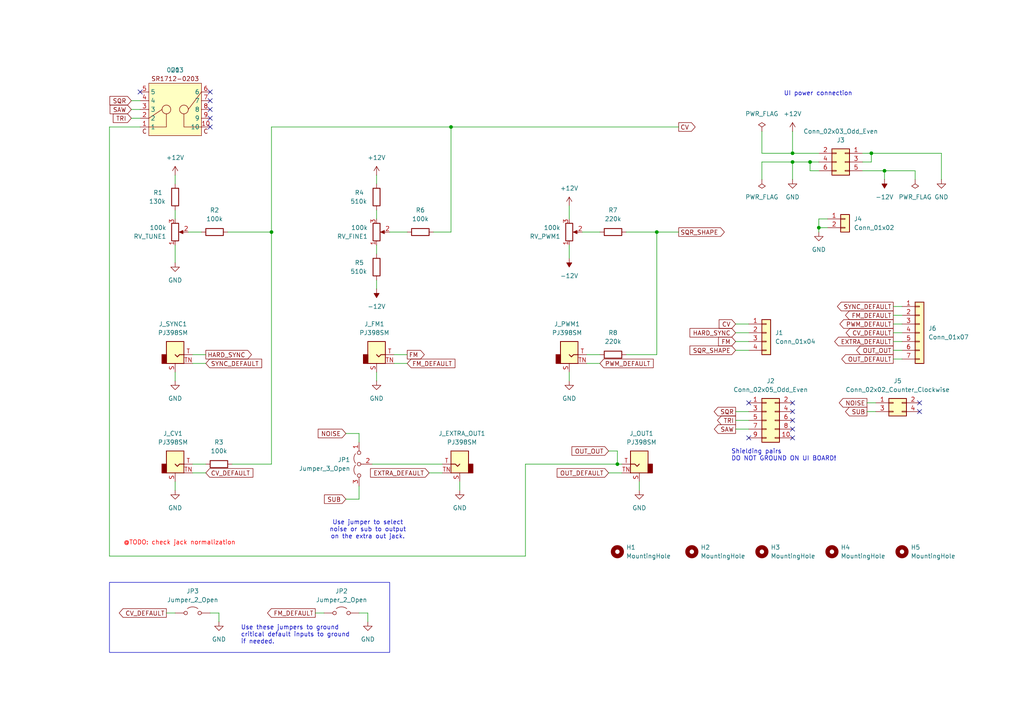
<source format=kicad_sch>
(kicad_sch (version 20250114) (generator "eeschema") (generator_version "9.0")
  (paper "A4")
  (title_block (title "Hog Moduleur VCO UI") (date "2025-10-24") (rev "v0.2") (company "Shmøergh"))
  (lib_symbols
    (symbol "Connector_Generic:Conn_01x02" (pin_names (offset 1.016) (hide yes))
      (property "Reference" "J" (at 0 2.54 0))
      (property "Value" "Conn_01x02" (at 0 -5.08 0))
      (symbol "Conn_01x02_1_1"
        (rectangle (start -1.27 1.27) (end 1.27 -3.81) (stroke (width 0.254)) (fill (type background)))
        (rectangle (start -1.27 0.127) (end 0 -0.127) (stroke (width 0.1524)))
        (rectangle (start -1.27 -2.413) (end 0 -2.667) (stroke (width 0.1524)))
        (pin passive line (at -5.08 0 0) (length 3.81) (name "Pin_1") (number "1"))
        (pin passive line (at -5.08 -2.54 0) (length 3.81) (name "Pin_2") (number "2"))
      )
    )
    (symbol "Connector_Generic:Conn_01x04" (pin_names (offset 1.016) (hide yes))
      (property "Reference" "J" (at 0 5.08 0))
      (property "Value" "Conn_01x04" (at 0 -7.62 0))
      (symbol "Conn_01x04_1_1"
        (rectangle (start -1.27 3.81) (end 1.27 -6.35) (stroke (width 0.254)) (fill (type background)))
        (rectangle (start -1.27 2.667) (end 0 2.413) (stroke (width 0.1524)))
        (rectangle (start -1.27 0.127) (end 0 -0.127) (stroke (width 0.1524)))
        (rectangle (start -1.27 -2.413) (end 0 -2.667) (stroke (width 0.1524)))
        (rectangle (start -1.27 -4.953) (end 0 -5.207) (stroke (width 0.1524)))
        (pin passive line (at -5.08 2.54 0) (length 3.81) (name "Pin_1") (number "1"))
        (pin passive line (at -5.08 0 0) (length 3.81) (name "Pin_2") (number "2"))
        (pin passive line (at -5.08 -2.54 0) (length 3.81) (name "Pin_3") (number "3"))
        (pin passive line (at -5.08 -5.08 0) (length 3.81) (name "Pin_4") (number "4"))
      )
    )
    (symbol "Connector_Generic:Conn_01x07" (pin_names (offset 1.016) (hide yes))
      (property "Reference" "J" (at 0 10.16 0))
      (property "Value" "Conn_01x07" (at 0 -10.16 0))
      (symbol "Conn_01x07_1_1"
        (rectangle (start -1.27 8.89) (end 1.27 -8.89) (stroke (width 0.254)) (fill (type background)))
        (rectangle (start -1.27 7.747) (end 0 7.493) (stroke (width 0.1524)))
        (rectangle (start -1.27 5.207) (end 0 4.953) (stroke (width 0.1524)))
        (rectangle (start -1.27 2.667) (end 0 2.413) (stroke (width 0.1524)))
        (rectangle (start -1.27 0.127) (end 0 -0.127) (stroke (width 0.1524)))
        (rectangle (start -1.27 -2.413) (end 0 -2.667) (stroke (width 0.1524)))
        (rectangle (start -1.27 -4.953) (end 0 -5.207) (stroke (width 0.1524)))
        (rectangle (start -1.27 -7.493) (end 0 -7.747) (stroke (width 0.1524)))
        (pin passive line (at -5.08 7.62 0) (length 3.81) (name "Pin_1") (number "1"))
        (pin passive line (at -5.08 5.08 0) (length 3.81) (name "Pin_2") (number "2"))
        (pin passive line (at -5.08 2.54 0) (length 3.81) (name "Pin_3") (number "3"))
        (pin passive line (at -5.08 0 0) (length 3.81) (name "Pin_4") (number "4"))
        (pin passive line (at -5.08 -2.54 0) (length 3.81) (name "Pin_5") (number "5"))
        (pin passive line (at -5.08 -5.08 0) (length 3.81) (name "Pin_6") (number "6"))
        (pin passive line (at -5.08 -7.62 0) (length 3.81) (name "Pin_7") (number "7"))
      )
    )
    (symbol "Connector_Generic:Conn_02x02_Odd_Even" (pin_names (offset 1.016) (hide yes))
      (property "Reference" "J" (at 1.27 2.54 0))
      (property "Value" "Conn_02x02_Odd_Even" (at 1.27 -5.08 0))
      (symbol "Conn_02x02_Odd_Even_1_1"
        (rectangle (start -1.27 1.27) (end 3.81 -3.81) (stroke (width 0.254)) (fill (type background)))
        (rectangle (start -1.27 0.127) (end 0 -0.127) (stroke (width 0.1524)))
        (rectangle (start -1.27 -2.413) (end 0 -2.667) (stroke (width 0.1524)))
        (rectangle (start 3.81 0.127) (end 2.54 -0.127) (stroke (width 0.1524)))
        (rectangle (start 3.81 -2.413) (end 2.54 -2.667) (stroke (width 0.1524)))
        (pin passive line (at -5.08 0 0) (length 3.81) (name "Pin_1") (number "1"))
        (pin passive line (at -5.08 -2.54 0) (length 3.81) (name "Pin_3") (number "3"))
        (pin passive line (at 7.62 0 180) (length 3.81) (name "Pin_2") (number "2"))
        (pin passive line (at 7.62 -2.54 180) (length 3.81) (name "Pin_4") (number "4"))
      )
    )
    (symbol "Connector_Generic:Conn_02x03_Odd_Even" (pin_names (offset 1.016) (hide yes))
      (property "Reference" "J" (at 1.27 5.08 0))
      (property "Value" "Conn_02x03_Odd_Even" (at 1.27 -5.08 0))
      (symbol "Conn_02x03_Odd_Even_1_1"
        (rectangle (start -1.27 3.81) (end 3.81 -3.81) (stroke (width 0.254)) (fill (type background)))
        (rectangle (start -1.27 2.667) (end 0 2.413) (stroke (width 0.1524)))
        (rectangle (start -1.27 0.127) (end 0 -0.127) (stroke (width 0.1524)))
        (rectangle (start -1.27 -2.413) (end 0 -2.667) (stroke (width 0.1524)))
        (rectangle (start 3.81 2.667) (end 2.54 2.413) (stroke (width 0.1524)))
        (rectangle (start 3.81 0.127) (end 2.54 -0.127) (stroke (width 0.1524)))
        (rectangle (start 3.81 -2.413) (end 2.54 -2.667) (stroke (width 0.1524)))
        (pin passive line (at -5.08 2.54 0) (length 3.81) (name "Pin_1") (number "1"))
        (pin passive line (at -5.08 0 0) (length 3.81) (name "Pin_3") (number "3"))
        (pin passive line (at -5.08 -2.54 0) (length 3.81) (name "Pin_5") (number "5"))
        (pin passive line (at 7.62 2.54 180) (length 3.81) (name "Pin_2") (number "2"))
        (pin passive line (at 7.62 0 180) (length 3.81) (name "Pin_4") (number "4"))
        (pin passive line (at 7.62 -2.54 180) (length 3.81) (name "Pin_6") (number "6"))
      )
    )
    (symbol "Connector_Generic:Conn_02x05_Odd_Even" (pin_names (offset 1.016) (hide yes))
      (property "Reference" "J" (at 1.27 7.62 0))
      (property "Value" "Conn_02x05_Odd_Even" (at 1.27 -7.62 0))
      (symbol "Conn_02x05_Odd_Even_1_1"
        (rectangle (start -1.27 6.35) (end 3.81 -6.35) (stroke (width 0.254)) (fill (type background)))
        (rectangle (start -1.27 5.207) (end 0 4.953) (stroke (width 0.1524)))
        (rectangle (start -1.27 2.667) (end 0 2.413) (stroke (width 0.1524)))
        (rectangle (start -1.27 0.127) (end 0 -0.127) (stroke (width 0.1524)))
        (rectangle (start -1.27 -2.413) (end 0 -2.667) (stroke (width 0.1524)))
        (rectangle (start -1.27 -4.953) (end 0 -5.207) (stroke (width 0.1524)))
        (rectangle (start 3.81 5.207) (end 2.54 4.953) (stroke (width 0.1524)))
        (rectangle (start 3.81 2.667) (end 2.54 2.413) (stroke (width 0.1524)))
        (rectangle (start 3.81 0.127) (end 2.54 -0.127) (stroke (width 0.1524)))
        (rectangle (start 3.81 -2.413) (end 2.54 -2.667) (stroke (width 0.1524)))
        (rectangle (start 3.81 -4.953) (end 2.54 -5.207) (stroke (width 0.1524)))
        (pin passive line (at -5.08 5.08 0) (length 3.81) (name "Pin_1") (number "1"))
        (pin passive line (at -5.08 2.54 0) (length 3.81) (name "Pin_3") (number "3"))
        (pin passive line (at -5.08 0 0) (length 3.81) (name "Pin_5") (number "5"))
        (pin passive line (at -5.08 -2.54 0) (length 3.81) (name "Pin_7") (number "7"))
        (pin passive line (at -5.08 -5.08 0) (length 3.81) (name "Pin_9") (number "9"))
        (pin passive line (at 7.62 5.08 180) (length 3.81) (name "Pin_2") (number "2"))
        (pin passive line (at 7.62 2.54 180) (length 3.81) (name "Pin_4") (number "4"))
        (pin passive line (at 7.62 0 180) (length 3.81) (name "Pin_6") (number "6"))
        (pin passive line (at 7.62 -2.54 180) (length 3.81) (name "Pin_8") (number "8"))
        (pin passive line (at 7.62 -5.08 180) (length 3.81) (name "Pin_10") (number "10"))
      )
    )
    (symbol "Device:R" (pin_numbers (hide yes)) (pin_names (offset 0))
      (property "Reference" "R" (at 2.032 0 90))
      (property "Value" "R" (at 0 0 90))
      (symbol "R_0_1"
        (rectangle (start -1.016 -2.54) (end 1.016 2.54) (stroke (width 0.254)))
      )
      (symbol "R_1_1"
        (pin passive line (at 0 3.81 270) (length 1.27) (name "~") (number "1"))
        (pin passive line (at 0 -3.81 90) (length 1.27) (name "~") (number "2"))
      )
    )
    (symbol "Device:R_Potentiometer" (pin_names (offset 1.016) (hide yes))
      (property "Reference" "RV" (at -4.445 0 90))
      (property "Value" "R_Potentiometer" (at -2.54 0 90))
      (symbol "R_Potentiometer_0_1"
        (rectangle (start 1.016 2.54) (end -1.016 -2.54) (stroke (width 0.254)))
        (polyline (pts (xy 1.143 0) (xy 2.286 0.508) (xy 2.286 -0.508) (xy 1.143 0)) (fill (type outline)))
        (polyline (pts (xy 2.54 0) (xy 1.524 0)))
      )
      (symbol "R_Potentiometer_1_1"
        (pin passive line (at 0 3.81 270) (length 1.27) (name "1") (number "1"))
        (pin passive line (at 0 -3.81 90) (length 1.27) (name "3") (number "3"))
        (pin passive line (at 3.81 0 180) (length 1.27) (name "2") (number "2"))
      )
    )
    (symbol "Jumper:Jumper_2_Open" (pin_numbers (hide yes)) (pin_names (offset 0) (hide yes))
      (property "Reference" "JP" (at 0 2.794 0))
      (property "Value" "Jumper_2_Open" (at 0 -2.286 0))
      (symbol "Jumper_2_Open_0_0"
        (circle (center -2.032 0) (radius 0.508))
        (circle (center 2.032 0) (radius 0.508))
      )
      (symbol "Jumper_2_Open_0_1"
        (arc (start -1.524 1.27) (mid 0 1.778) (end 1.524 1.27))
      )
      (symbol "Jumper_2_Open_1_1"
        (pin passive line (at -5.08 0 0) (length 2.54) (name "A") (number "1"))
        (pin passive line (at 5.08 0 180) (length 2.54) (name "B") (number "2"))
      )
    )
    (symbol "Jumper:Jumper_3_Open" (pin_names (offset 0) (hide yes)) (in_bom no)
      (property "Reference" "JP" (at -2.54 -2.54 0))
      (property "Value" "Jumper_3_Open" (at 0 2.794 0))
      (symbol "Jumper_3_Open_0_0"
        (circle (center -3.302 0) (radius 0.508))
        (circle (center 0 0) (radius 0.508))
        (circle (center 3.302 0) (radius 0.508))
      )
      (symbol "Jumper_3_Open_0_1"
        (arc (start -3.048 1.016) (mid -1.651 1.4992) (end -0.254 1.016))
        (polyline (pts (xy 0 -0.508) (xy 0 -1.27)))
        (arc (start 0.254 1.016) (mid 1.651 1.4992) (end 3.048 1.016))
      )
      (symbol "Jumper_3_Open_1_1"
        (pin passive line (at -6.35 0 0) (length 2.54) (name "A") (number "1"))
        (pin passive line (at 0 -3.81 90) (length 2.54) (name "C") (number "2"))
        (pin passive line (at 6.35 0 180) (length 2.54) (name "B") (number "3"))
      )
    )
    (symbol "Mechanical:MountingHole" (pin_names (offset 1.016)) (in_bom no)
      (property "Reference" "H" (at 0 5.08 0))
      (property "Value" "MountingHole" (at 0 3.175 0))
      (symbol "MountingHole_0_1"
        (circle (center 0 0) (radius 1.27) (stroke (width 1.27)))
      )
    )
    (symbol "Shmoergh-Custom-Components:AudioJack2_Thonkiconn_S"
      (property "Reference" "J" (at 0 8.89 0))
      (property "Value" "AudioJack2_Thonkiconn" (at 0 6.35 0))
      (symbol "AudioJack2_Thonkiconn_S_0_1"
        (rectangle (start -2.54 -2.54) (end -3.81 0) (stroke (width 0.254)) (fill (type outline)))
        (polyline (pts (xy 0 0) (xy 0.635 -0.635) (xy 1.27 0) (xy 2.54 0)) (stroke (width 0.254)))
        (rectangle (start 2.54 3.81) (end -2.54 -2.54) (stroke (width 0.254)) (fill (type background)))
      )
      (symbol "AudioJack2_Thonkiconn_S_1_1"
        (pin passive line (at 0 -5.08 90) (length 2.54) (name "~") (number "S"))
        (pin bidirectional line (at 5.08 0 180) (length 2.54) (name "~") (number "T"))
        (pin passive line (at 5.08 -2.54 180) (length 2.54) (name "~") (number "TN"))
      )
    )
    (symbol "Shmoergh-Custom-Components:SR1712_0203"
      (property "Reference" "U" (at 0 1.27 0))
      (symbol "SR1712_0203_0_1"
        (polyline (pts (xy -7.62 -2.54) (xy -3.81 0)))
        (circle (center -2.54 0) (radius 1.27))
        (polyline (pts (xy -2.54 -1.27) (xy -2.54 -5.08) (xy -7.62 -5.08)))
        (circle (center 2.54 0) (radius 1.27))
        (polyline (pts (xy 7.62 5.08) (xy 3.81 0)))
        (polyline (pts (xy 7.62 -5.08) (xy 2.54 -5.08) (xy 2.54 -1.27)))
      )
      (symbol "SR1712_0203_1_1"
        (rectangle (start -7.62 7.62) (end 7.62 -7.62) (fill (type background)))
        (text "C" (at -8.89 -6.35 0) (effects (font (size 1.27 1.27))))
        (text "SR1712-0203" (at 0 8.89 0) (effects (font (size 1.27 1.27))))
        (text "C" (at 8.89 -6.35 0) (effects (font (size 1.27 1.27))))
        (pin input line (at -10.16 5.08 0) (length 2.54) (name "5") (number "5"))
        (pin input line (at -10.16 2.54 0) (length 2.54) (name "4") (number "4"))
        (pin input line (at -10.16 0 0) (length 2.54) (name "3") (number "3"))
        (pin input line (at -10.16 -2.54 0) (length 2.54) (name "2") (number "2"))
        (pin output line (at -10.16 -5.08 0) (length 2.54) (name "1") (number "1"))
        (pin input line (at 10.16 5.08 180) (length 2.54) (name "6") (number "6"))
        (pin input line (at 10.16 2.54 180) (length 2.54) (name "7") (number "7"))
        (pin input line (at 10.16 0 180) (length 2.54) (name "8") (number "8"))
        (pin input line (at 10.16 -2.54 180) (length 2.54) (name "9") (number "9"))
        (pin output line (at 10.16 -5.08 180) (length 2.54) (name "10") (number "10"))
      )
    )
    (symbol "power:+12V" (power) (pin_numbers (hide yes)) (pin_names (offset 0) (hide yes))
      (property "Value" "+12V" (at 0 3.556 0))
      (symbol "+12V_0_1"
        (polyline (pts (xy -0.762 1.27) (xy 0 2.54)))
        (polyline (pts (xy 0 2.54) (xy 0.762 1.27)))
        (polyline (pts (xy 0 0) (xy 0 2.54)))
      )
      (symbol "+12V_1_1"
        (pin power_in line (at 0 0 90) (length 0) (name "~") (number "1"))
      )
    )
    (symbol "power:-12V" (power) (pin_numbers (hide yes)) (pin_names (offset 0) (hide yes))
      (property "Value" "-12V" (at 0 3.556 0))
      (symbol "-12V_0_0"
        (pin power_in line (at 0 0 90) (length 0) (name "~") (number "1"))
      )
      (symbol "-12V_0_1"
        (polyline (pts (xy 0 0) (xy 0 1.27) (xy 0.762 1.27) (xy 0 2.54) (xy -0.762 1.27) (xy 0 1.27)) (fill (type outline)))
      )
    )
    (symbol "power:GND" (power) (pin_numbers (hide yes)) (pin_names (offset 0) (hide yes))
      (property "Value" "GND" (at 0 -3.81 0))
      (symbol "GND_0_1"
        (polyline (pts (xy 0 0) (xy 0 -1.27) (xy 1.27 -1.27) (xy 0 -2.54) (xy -1.27 -1.27) (xy 0 -1.27)))
      )
      (symbol "GND_1_1"
        (pin power_in line (at 0 0 270) (length 0) (name "~") (number "1"))
      )
    )
    (symbol "power:PWR_FLAG" (power) (pin_numbers (hide yes)) (pin_names (offset 0) (hide yes))
      (property "Value" "PWR_FLAG" (at 0 3.81 0))
      (symbol "PWR_FLAG_0_0"
        (pin power_out line (at 0 0 90) (length 0) (name "~") (number "1"))
      )
      (symbol "PWR_FLAG_0_1"
        (polyline (pts (xy 0 0) (xy 0 1.27) (xy -1.016 1.905) (xy 0 2.54) (xy 1.016 1.905) (xy 0 1.27)))
      )
    )
  )
  (rectangle (start 31.75 168.91) (end 113.03 189.23))
  (text "@TODO: check jack normalization" (at 52.07 157.48 0) (effects (font (size 1.27 1.27))))
  (text "Use these jumpers to ground \ncritical default inputs to ground \nif needed." (at 69.85 184.15 0) (effects (font (size 1.27 1.27)) (justify left)))
  (text "UI power connection" (at 227.33 27.94 0) (effects (font (size 1.27 1.27)) (justify left bottom)))
  (text "Use jumper to select\nnoise or sub to output\non the extra out jack." (at 106.68 153.67 0) (effects (font (size 1.27 1.27))))
  (text "Shielding pairs\nDO NOT GROUND ON UI BOARD!" (at 212.09 132.08 0) (effects (font (size 1.27 1.27)) (justify left)))
  (junction (at 229.87 44.45))
  (junction (at 130.81 36.83))
  (junction (at 237.49 66.04))
  (junction (at 234.95 46.99))
  (junction (at 256.54 49.53))
  (junction (at 78.74 67.31))
  (junction (at 229.87 46.99))
  (junction (at 190.5 67.31))
  (junction (at 252.73 44.45))
  (junction (at 179.07 134.62))
  (no_connect (at 229.87 127))
  (no_connect (at 60.96 29.21))
  (no_connect (at 60.96 34.29))
  (no_connect (at 217.17 116.84))
  (no_connect (at 229.87 121.92))
  (no_connect (at 229.87 119.38))
  (no_connect (at 60.96 31.75))
  (no_connect (at 229.87 116.84))
  (no_connect (at 266.7 119.38))
  (no_connect (at 229.87 124.46))
  (no_connect (at 217.17 127))
  (no_connect (at 60.96 36.83))
  (no_connect (at 266.7 116.84))
  (no_connect (at 60.96 26.67))
  (no_connect (at 40.64 26.67))
  (wire (pts (xy 213.36 119.38) (xy 217.17 119.38)))
  (wire (pts (xy 251.46 116.84) (xy 254 116.84)))
  (wire (pts (xy 59.69 137.16) (xy 55.88 137.16)))
  (wire (pts (xy 259.08 96.52) (xy 261.62 96.52)))
  (wire (pts (xy 78.74 36.83) (xy 130.81 36.83)))
  (wire (pts (xy 38.1 34.29) (xy 40.64 34.29)))
  (wire (pts (xy 259.08 101.6) (xy 261.62 101.6)))
  (wire (pts (xy 173.99 67.31) (xy 168.91 67.31)))
  (wire (pts (xy 48.26 177.8) (xy 50.8 177.8)))
  (wire (pts (xy 118.11 102.87) (xy 114.3 102.87)))
  (wire (pts (xy 78.74 134.62) (xy 67.31 134.62)))
  (wire (pts (xy 256.54 52.07) (xy 256.54 49.53)))
  (wire (pts (xy 31.75 161.29) (xy 152.4 161.29)))
  (wire (pts (xy 78.74 67.31) (xy 78.74 36.83)))
  (wire (pts (xy 91.44 177.8) (xy 93.98 177.8)))
  (wire (pts (xy 265.43 49.53) (xy 256.54 49.53)))
  (wire (pts (xy 50.8 50.8) (xy 50.8 53.34)))
  (wire (pts (xy 176.53 137.16) (xy 180.34 137.16)))
  (wire (pts (xy 63.5 180.34) (xy 63.5 177.8)))
  (wire (pts (xy 109.22 107.95) (xy 109.22 110.49)))
  (wire (pts (xy 250.19 49.53) (xy 256.54 49.53)))
  (wire (pts (xy 237.49 66.04) (xy 240.03 66.04)))
  (wire (pts (xy 213.36 101.6) (xy 217.17 101.6)))
  (wire (pts (xy 59.69 105.41) (xy 55.88 105.41)))
  (wire (pts (xy 176.53 130.81) (xy 179.07 130.81)))
  (wire (pts (xy 58.42 67.31) (xy 54.61 67.31)))
  (wire (pts (xy 38.1 29.21) (xy 40.64 29.21)))
  (wire (pts (xy 50.8 60.96) (xy 50.8 63.5)))
  (wire (pts (xy 109.22 60.96) (xy 109.22 63.5)))
  (wire (pts (xy 190.5 102.87) (xy 181.61 102.87)))
  (wire (pts (xy 100.33 144.78) (xy 104.14 144.78)))
  (wire (pts (xy 213.36 121.92) (xy 217.17 121.92)))
  (wire (pts (xy 106.68 177.8) (xy 104.14 177.8)))
  (wire (pts (xy 165.1 74.93) (xy 165.1 71.12)))
  (wire (pts (xy 213.36 93.98) (xy 217.17 93.98)))
  (wire (pts (xy 152.4 134.62) (xy 179.07 134.62)))
  (wire (pts (xy 104.14 125.73) (xy 104.14 128.27)))
  (wire (pts (xy 66.04 67.31) (xy 78.74 67.31)))
  (wire (pts (xy 213.36 99.06) (xy 217.17 99.06)))
  (wire (pts (xy 251.46 119.38) (xy 254 119.38)))
  (wire (pts (xy 31.75 36.83) (xy 40.64 36.83)))
  (wire (pts (xy 130.81 36.83) (xy 130.81 67.31)))
  (wire (pts (xy 100.33 125.73) (xy 104.14 125.73)))
  (wire (pts (xy 240.03 63.5) (xy 237.49 63.5)))
  (wire (pts (xy 31.75 36.83) (xy 31.75 161.29)))
  (wire (pts (xy 50.8 71.12) (xy 50.8 76.2)))
  (wire (pts (xy 118.11 105.41) (xy 114.3 105.41)))
  (wire (pts (xy 229.87 46.99) (xy 234.95 46.99)))
  (wire (pts (xy 107.95 134.62) (xy 128.27 134.62)))
  (wire (pts (xy 237.49 63.5) (xy 237.49 66.04)))
  (wire (pts (xy 229.87 38.1) (xy 229.87 44.45)))
  (wire (pts (xy 59.69 102.87) (xy 55.88 102.87)))
  (wire (pts (xy 259.08 93.98) (xy 261.62 93.98)))
  (wire (pts (xy 179.07 134.62) (xy 180.34 134.62)))
  (wire (pts (xy 252.73 44.45) (xy 250.19 44.45)))
  (wire (pts (xy 220.98 44.45) (xy 229.87 44.45)))
  (wire (pts (xy 38.1 31.75) (xy 40.64 31.75)))
  (wire (pts (xy 185.42 142.24) (xy 185.42 139.7)))
  (wire (pts (xy 78.74 67.31) (xy 78.74 134.62)))
  (wire (pts (xy 59.69 134.62) (xy 55.88 134.62)))
  (wire (pts (xy 220.98 46.99) (xy 229.87 46.99)))
  (wire (pts (xy 259.08 99.06) (xy 261.62 99.06)))
  (wire (pts (xy 273.05 52.07) (xy 273.05 44.45)))
  (wire (pts (xy 252.73 46.99) (xy 252.73 44.45)))
  (wire (pts (xy 130.81 36.83) (xy 196.85 36.83)))
  (wire (pts (xy 109.22 83.82) (xy 109.22 81.28)))
  (wire (pts (xy 124.46 137.16) (xy 128.27 137.16)))
  (wire (pts (xy 173.99 105.41) (xy 170.18 105.41)))
  (wire (pts (xy 237.49 49.53) (xy 234.95 49.53)))
  (wire (pts (xy 165.1 107.95) (xy 165.1 110.49)))
  (wire (pts (xy 133.35 142.24) (xy 133.35 139.7)))
  (wire (pts (xy 259.08 88.9) (xy 261.62 88.9)))
  (wire (pts (xy 50.8 107.95) (xy 50.8 110.49)))
  (wire (pts (xy 213.36 96.52) (xy 217.17 96.52)))
  (wire (pts (xy 181.61 67.31) (xy 190.5 67.31)))
  (wire (pts (xy 220.98 38.1) (xy 220.98 44.45)))
  (wire (pts (xy 273.05 44.45) (xy 252.73 44.45)))
  (wire (pts (xy 234.95 49.53) (xy 234.95 46.99)))
  (wire (pts (xy 213.36 124.46) (xy 217.17 124.46)))
  (wire (pts (xy 125.73 67.31) (xy 130.81 67.31)))
  (wire (pts (xy 229.87 44.45) (xy 237.49 44.45)))
  (wire (pts (xy 109.22 73.66) (xy 109.22 71.12)))
  (wire (pts (xy 234.95 46.99) (xy 237.49 46.99)))
  (wire (pts (xy 259.08 104.14) (xy 261.62 104.14)))
  (wire (pts (xy 50.8 139.7) (xy 50.8 142.24)))
  (wire (pts (xy 220.98 52.07) (xy 220.98 46.99)))
  (wire (pts (xy 179.07 130.81) (xy 179.07 134.62)))
  (wire (pts (xy 152.4 161.29) (xy 152.4 134.62)))
  (wire (pts (xy 109.22 50.8) (xy 109.22 53.34)))
  (wire (pts (xy 237.49 66.04) (xy 237.49 67.31)))
  (wire (pts (xy 229.87 52.07) (xy 229.87 46.99)))
  (wire (pts (xy 259.08 91.44) (xy 261.62 91.44)))
  (wire (pts (xy 63.5 177.8) (xy 60.96 177.8)))
  (wire (pts (xy 250.19 46.99) (xy 252.73 46.99)))
  (wire (pts (xy 104.14 144.78) (xy 104.14 140.97)))
  (wire (pts (xy 196.85 67.31) (xy 190.5 67.31)))
  (wire (pts (xy 118.11 67.31) (xy 113.03 67.31)))
  (wire (pts (xy 190.5 67.31) (xy 190.5 102.87)))
  (wire (pts (xy 106.68 180.34) (xy 106.68 177.8)))
  (wire (pts (xy 173.99 102.87) (xy 170.18 102.87)))
  (wire (pts (xy 165.1 59.69) (xy 165.1 63.5)))
  (wire (pts (xy 265.43 52.07) (xy 265.43 49.53)))
  (global_label "SQR" (shape input) (at 38.1 29.21 180) (property "Intersheetrefs" "${INTERSHEET_REFS}" (effects (hide yes))))
  (global_label "TRI" (shape input) (at 38.1 34.29 180) (property "Intersheetrefs" "${INTERSHEET_REFS}" (effects (hide yes))))
  (global_label "FM" (shape output) (at 118.11 102.87 0) (property "Intersheetrefs" "${INTERSHEET_REFS}" (effects (hide yes))))
  (global_label "OUT_DEFAULT" (shape input) (at 176.53 137.16 180) (property "Intersheetrefs" "${INTERSHEET_REFS}" (effects (hide yes))))
  (global_label "SQR" (shape output) (at 213.36 119.38 180) (property "Intersheetrefs" "${INTERSHEET_REFS}" (effects (hide yes))))
  (global_label "HARD_SYNC" (shape output) (at 59.69 102.87 0) (property "Intersheetrefs" "${INTERSHEET_REFS}" (effects (hide yes))))
  (global_label "NOISE" (shape input) (at 100.33 125.73 180) (property "Intersheetrefs" "${INTERSHEET_REFS}" (effects (hide yes))))
  (global_label "SUB" (shape input) (at 100.33 144.78 180) (property "Intersheetrefs" "${INTERSHEET_REFS}" (effects (hide yes))))
  (global_label "SAW" (shape input) (at 38.1 31.75 180) (property "Intersheetrefs" "${INTERSHEET_REFS}" (effects (hide yes))))
  (global_label "CV" (shape output) (at 196.85 36.83 0) (property "Intersheetrefs" "${INTERSHEET_REFS}" (effects (hide yes))))
  (global_label "EXTRA_DEFAULT" (shape input) (at 124.46 137.16 180) (property "Intersheetrefs" "${INTERSHEET_REFS}" (effects (hide yes))))
  (global_label "TRI" (shape output) (at 213.36 121.92 180) (property "Intersheetrefs" "${INTERSHEET_REFS}" (effects (hide yes))))
  (global_label "CV" (shape input) (at 213.36 93.98 180) (property "Intersheetrefs" "${INTERSHEET_REFS}" (effects (hide yes))))
  (global_label "FM_DEFAULT" (shape input) (at 118.11 105.41 0) (property "Intersheetrefs" "${INTERSHEET_REFS}" (effects (hide yes))))
  (global_label "NOISE" (shape output) (at 251.46 116.84 180) (property "Intersheetrefs" "${INTERSHEET_REFS}" (effects (hide yes))))
  (global_label "CV_DEFAULT" (shape input) (at 59.69 137.16 0) (property "Intersheetrefs" "${INTERSHEET_REFS}" (effects (hide yes))))
  (global_label "HARD_SYNC" (shape input) (at 213.36 96.52 180) (property "Intersheetrefs" "${INTERSHEET_REFS}" (effects (hide yes))))
  (global_label "SAW" (shape output) (at 213.36 124.46 180) (property "Intersheetrefs" "${INTERSHEET_REFS}" (effects (hide yes))))
  (global_label "SUB" (shape output) (at 251.46 119.38 180) (property "Intersheetrefs" "${INTERSHEET_REFS}" (effects (hide yes))))
  (global_label "OUT_OUT" (shape input) (at 176.53 130.81 180) (property "Intersheetrefs" "${INTERSHEET_REFS}" (effects (hide yes))))
  (global_label "PWM_DEFAULT" (shape output) (at 259.08 93.98 180) (property "Intersheetrefs" "${INTERSHEET_REFS}" (effects (hide yes))))
  (global_label "SYNC_DEFAULT" (shape output) (at 259.08 88.9 180) (property "Intersheetrefs" "${INTERSHEET_REFS}" (effects (hide yes))))
  (global_label "CV_DEFAULT" (shape output) (at 259.08 96.52 180) (property "Intersheetrefs" "${INTERSHEET_REFS}" (effects (hide yes))))
  (global_label "SQR_SHAPE" (shape input) (at 213.36 101.6 180) (property "Intersheetrefs" "${INTERSHEET_REFS}" (effects (hide yes))))
  (global_label "SYNC_DEFAULT" (shape input) (at 59.69 105.41 0) (property "Intersheetrefs" "${INTERSHEET_REFS}" (effects (hide yes))))
  (global_label "EXTRA_DEFAULT" (shape output) (at 259.08 99.06 180) (property "Intersheetrefs" "${INTERSHEET_REFS}" (effects (hide yes))))
  (global_label "OUT_DEFAULT" (shape output) (at 259.08 104.14 180) (property "Intersheetrefs" "${INTERSHEET_REFS}" (effects (hide yes))))
  (global_label "SQR_SHAPE" (shape output) (at 196.85 67.31 0) (property "Intersheetrefs" "${INTERSHEET_REFS}" (effects (hide yes))))
  (global_label "FM_DEFAULT" (shape output) (at 259.08 91.44 180) (property "Intersheetrefs" "${INTERSHEET_REFS}" (effects (hide yes))))
  (global_label "PWM_DEFAULT" (shape input) (at 173.99 105.41 0) (property "Intersheetrefs" "${INTERSHEET_REFS}" (effects (hide yes))))
  (global_label "FM" (shape input) (at 213.36 99.06 180) (property "Intersheetrefs" "${INTERSHEET_REFS}" (effects (hide yes))))
  (global_label "CV_DEFAULT" (shape output) (at 48.26 177.8 180) (property "Intersheetrefs" "${INTERSHEET_REFS}" (effects (hide yes))))
  (global_label "OUT_OUT" (shape output) (at 259.08 101.6 180) (property "Intersheetrefs" "${INTERSHEET_REFS}" (effects (hide yes))))
  (global_label "FM_DEFAULT" (shape output) (at 91.44 177.8 180) (property "Intersheetrefs" "${INTERSHEET_REFS}" (effects (hide yes))))
  (symbol (lib_id "power:GND") (at 133.35 142.24 0) (mirror y) (unit 1)
    (property "Reference" "#PWR08" (effects (hide yes)))
    (property "Value" "GND" (at 133.35 147.32 0))
    (property "Description" "Power symbol creates a global label with name \"GND\" , ground" (effects (hide yes)))
  )
  (symbol (lib_id "Jumper:Jumper_3_Open") (at 104.14 134.62 90) (mirror x) (unit 1)
    (property "Reference" "JP1" (at 101.6 133.3499 90) (effects (justify left)))
    (property "Value" "Jumper_3_Open" (at 101.6 135.8899 90) (effects (justify left)))
    (property "Footprint" "Connector_PinHeader_2.54mm:PinHeader_1x03_P2.54mm_Horizontal" (effects (hide yes)))
    (property "Description" "Jumper, 3-pole, both open" (effects (hide yes)))
    (property "Part URL" "https://mou.sr/451l2py" (effects (hide yes)))
    (property "Vendor" "Mouser" (effects (hide yes)))
    (property "Part no." "200-HTSW10308TSRA" (effects (hide yes)))
  )
  (symbol (lib_id "power:+12V") (at 229.87 38.1 0) (unit 1)
    (property "Reference" "#PWR014" (effects (hide yes)))
    (property "Value" "+12V" (at 229.87 33.02 0))
    (property "Description" "Power symbol creates a global label with name \"+12V\"" (effects (hide yes)))
  )
  (symbol (lib_id "power:GND") (at 50.8 76.2 0) (unit 1)
    (property "Reference" "#PWR02" (effects (hide yes)))
    (property "Value" "GND" (at 50.8 81.28 0))
    (property "Description" "Power symbol creates a global label with name \"GND\" , ground" (effects (hide yes)))
  )
  (symbol (lib_id "Shmoergh-Custom-Components:AudioJack2_Thonkiconn_S") (at 165.1 102.87 0) (unit 1)
    (property "Reference" "J_PWM1" (at 164.465 93.98 0))
    (property "Value" "PJ398SM" (at 164.465 96.52 0))
    (property "Footprint" "Shmoergh_Custom_Footprints:Jack_3.5mm_QingPu_WQP-PJ398SM_Vertical_CircularHoles" (effects (hide yes)))
    (property "Description" "Audio Jack, 2 Poles (Mono / TS), Grounded Sleeve" (effects (hide yes)))
    (property "Part URL" "https://www.thonk.co.uk/shop/thonkiconn/" (effects (hide yes)))
    (property "Vendor" "Thonk" (effects (hide yes)))
    (property "Part no." "PJ398SM" (effects (hide yes)))
  )
  (symbol (lib_id "Shmoergh-Custom-Components:AudioJack2_Thonkiconn_S") (at 185.42 134.62 0) (mirror y) (unit 1)
    (property "Reference" "J_OUT1" (at 186.055 125.73 0))
    (property "Value" "PJ398SM" (at 186.055 128.27 0))
    (property "Footprint" "Shmoergh_Custom_Footprints:Jack_3.5mm_QingPu_WQP-PJ398SM_Vertical_CircularHoles" (effects (hide yes)))
    (property "Description" "Audio Jack, 2 Poles (Mono / TS), Grounded Sleeve" (effects (hide yes)))
    (property "Part URL" "https://www.thonk.co.uk/shop/thonkiconn/" (effects (hide yes)))
    (property "Vendor" "Thonk" (effects (hide yes)))
    (property "Part no." "PJ398SM" (effects (hide yes)))
  )
  (symbol (lib_id "Shmoergh-Custom-Components:SR1712_0203") (at 50.8 31.75 0) (unit 1)
    (property "Reference" "U1" (at 50.8 20.32 0))
    (property "Value" "0203" (at 50.8 20.32 0))
    (property "Footprint" "Shmoergh_Custom_Footprints:SR1712-0203" (effects (hide yes)))
    (property "Datasheet" "https://hu.mouser.com/datasheet/2/13/SR1712F-1815245.pdf" (effects (hide yes)))
    (property "Part URL" "https://mou.sr/3U6bGTk" (effects (hide yes)))
    (property "Vendor" "Mouser" (effects (hide yes)))
    (property "Part no." "105-SR1712F-23NS" (effects (hide yes)))
  )
  (symbol (lib_id "Shmoergh-Custom-Components:AudioJack2_Thonkiconn_S") (at 50.8 134.62 0) (unit 1)
    (property "Reference" "J_CV1" (at 50.165 125.73 0))
    (property "Value" "PJ398SM" (at 50.165 128.27 0))
    (property "Footprint" "Shmoergh_Custom_Footprints:Jack_3.5mm_QingPu_WQP-PJ398SM_Vertical_CircularHoles" (effects (hide yes)))
    (property "Description" "Audio Jack, 2 Poles (Mono / TS), Grounded Sleeve" (effects (hide yes)))
    (property "Part URL" "https://www.thonk.co.uk/shop/thonkiconn/" (effects (hide yes)))
    (property "Vendor" "Thonk" (effects (hide yes)))
    (property "Part no." "PJ398SM" (effects (hide yes)))
  )
  (symbol (lib_id "power:-12V") (at 165.1 74.93 180) (unit 1)
    (property "Reference" "#PWR010" (effects (hide yes)))
    (property "Value" "-12V" (at 165.1 80.01 0))
    (property "Description" "Power symbol creates a global label with name \"-12V\"" (effects (hide yes)))
  )
  (symbol (lib_id "power:GND") (at 185.42 142.24 0) (mirror y) (unit 1)
    (property "Reference" "#PWR012" (effects (hide yes)))
    (property "Value" "GND" (at 185.42 147.32 0))
    (property "Description" "Power symbol creates a global label with name \"GND\" , ground" (effects (hide yes)))
  )
  (symbol (lib_id "power:-12V") (at 256.54 52.07 180) (unit 1)
    (property "Reference" "#PWR018" (effects (hide yes)))
    (property "Value" "-12V" (at 256.54 57.15 0))
    (property "Description" "Power symbol creates a global label with name \"-12V\"" (effects (hide yes)))
  )
  (symbol (lib_id "Connector_Generic:Conn_02x02_Odd_Even") (at 259.08 116.84 0) (unit 1)
    (property "Reference" "J5" (at 260.35 110.49 0))
    (property "Value" "Conn_02x02_Counter_Clockwise" (at 260.35 113.03 0))
    (property "Footprint" "Connector_PinSocket_2.54mm:PinSocket_2x02_P2.54mm_Vertical" (effects (hide yes)))
    (property "Description" "Generic connector, double row, 02x02, odd/even pin numbering scheme (row 1 odd numbers, row 2 even numbers), script generated (kicad-library-utils/schlib/autogen/connector/)" (effects (hide yes)))
    (property "Part URL" "https://mou.sr/4eSbYqI" (effects (hide yes)))
    (property "Vendor" "Mouser" (effects (hide yes)))
    (property "Part no." "200-SSW10206TD" (effects (hide yes)))
  )
  (symbol (lib_id "power:+12V") (at 109.22 50.8 0) (unit 1)
    (property "Reference" "#PWR05" (effects (hide yes)))
    (property "Value" "+12V" (at 109.22 45.72 0))
    (property "Description" "Power symbol creates a global label with name \"+12V\"" (effects (hide yes)))
  )
  (symbol (lib_id "Jumper:Jumper_2_Open") (at 55.88 177.8 0) (unit 1)
    (property "Reference" "JP3" (at 55.88 171.45 0))
    (property "Value" "Jumper_2_Open" (at 55.88 173.99 0))
    (property "Footprint" "Connector_PinHeader_2.54mm:PinHeader_1x02_P2.54mm_Horizontal" (effects (hide yes)))
    (property "Description" "Jumper, 2-pole, open" (effects (hide yes)))
    (property "Part URL" "https://mou.sr/4nM6IZz" (effects (hide yes)))
    (property "Vendor" "Mouser" (effects (hide yes)))
    (property "Part no." "200-HTSW10208TSRA" (effects (hide yes)))
  )
  (symbol (lib_id "Mechanical:MountingHole") (at 261.62 160.02 0) (unit 1) (in_bom no)
    (property "Reference" "H5" (at 264.16 158.7499 0) (effects (justify left)))
    (property "Value" "MountingHole" (at 264.16 161.2899 0) (effects (justify left)))
    (property "Footprint" "MountingHole:MountingHole_3.2mm_M3_DIN965_Pad" (effects (hide yes)))
    (property "Description" "Mounting Hole without connection" (effects (hide yes)))
    (property "Vendor" "-" (effects (hide yes)))
  )
  (symbol (lib_id "Connector_Generic:Conn_02x03_Odd_Even") (at 245.11 46.99 0) (mirror y) (unit 1)
    (property "Reference" "J3" (at 243.84 40.64 0))
    (property "Value" "Conn_02x03_Odd_Even" (at 243.84 38.1 0))
    (property "Footprint" "Connector_PinSocket_2.54mm:PinSocket_2x03_P2.54mm_Vertical" (effects (hide yes)))
    (property "Description" "Generic connector, double row, 02x03, odd/even pin numbering scheme (row 1 odd numbers, row 2 even numbers), script generated (kicad-library-utils/schlib/autogen/connector/)" (effects (hide yes)))
    (property "Part URL" "https://mou.sr/3GIDVEr" (effects (hide yes)))
    (property "Vendor" "Mouser" (effects (hide yes)))
    (property "Part no." "200-SSW10301TD" (effects (hide yes)))
  )
  (symbol (lib_id "power:+12V") (at 50.8 50.8 0) (unit 1)
    (property "Reference" "#PWR01" (effects (hide yes)))
    (property "Value" "+12V" (at 50.8 45.72 0))
    (property "Description" "Power symbol creates a global label with name \"+12V\"" (effects (hide yes)))
  )
  (symbol (lib_id "power:GND") (at 50.8 110.49 0) (unit 1)
    (property "Reference" "#PWR03" (effects (hide yes)))
    (property "Value" "GND" (at 50.8 115.57 0))
    (property "Description" "Power symbol creates a global label with name \"GND\" , ground" (effects (hide yes)))
  )
  (symbol (lib_id "Shmoergh-Custom-Components:AudioJack2_Thonkiconn_S") (at 50.8 102.87 0) (unit 1)
    (property "Reference" "J_SYNC1" (at 50.165 93.98 0))
    (property "Value" "PJ398SM" (at 50.165 96.52 0))
    (property "Footprint" "Shmoergh_Custom_Footprints:Jack_3.5mm_QingPu_WQP-PJ398SM_Vertical_CircularHoles" (effects (hide yes)))
    (property "Description" "Audio Jack, 2 Poles (Mono / TS), Grounded Sleeve" (effects (hide yes)))
    (property "Part URL" "https://www.thonk.co.uk/shop/thonkiconn/" (effects (hide yes)))
    (property "Vendor" "Thonk" (effects (hide yes)))
    (property "Part no." "PJ398SM" (effects (hide yes)))
  )
  (symbol (lib_id "Mechanical:MountingHole") (at 200.66 160.02 0) (unit 1) (in_bom no)
    (property "Reference" "H2" (at 203.2 158.7499 0) (effects (justify left)))
    (property "Value" "MountingHole" (at 203.2 161.2899 0) (effects (justify left)))
    (property "Footprint" "MountingHole:MountingHole_3.2mm_M3_DIN965_Pad" (effects (hide yes)))
    (property "Description" "Mounting Hole without connection" (effects (hide yes)))
    (property "Vendor" "-" (effects (hide yes)))
  )
  (symbol (lib_id "Device:R") (at 121.92 67.31 90) (unit 1)
    (property "Reference" "R6" (at 121.92 60.96 90))
    (property "Value" "100k" (at 121.92 63.5 90))
    (property "Footprint" "Shmoergh_Custom_Footprints:R_Axial_DIN0207_L6.3mm_D2.5mm_P7.62mm_Horizontal" (effects (hide yes)))
    (property "Description" "Resistor" (effects (hide yes)))
    (property "Vendor" "Mouser" (effects (hide yes)))
    (property "Part URL" "https://mou.sr/4hEwI4G" (effects (hide yes)))
    (property "Part no." "603-MFR-25FRF52100K" (effects (hide yes)))
  )
  (symbol (lib_id "power:GND") (at 109.22 110.49 0) (unit 1)
    (property "Reference" "#PWR07" (effects (hide yes)))
    (property "Value" "GND" (at 109.22 115.57 0))
    (property "Description" "Power symbol creates a global label with name \"GND\" , ground" (effects (hide yes)))
  )
  (symbol (lib_id "Connector_Generic:Conn_01x04") (at 222.25 96.52 0) (unit 1)
    (property "Reference" "J1" (at 224.79 96.5199 0) (effects (justify left)))
    (property "Value" "Conn_01x04" (at 224.79 99.0599 0) (effects (justify left)))
    (property "Footprint" "Connector_PinSocket_2.54mm:PinSocket_1x04_P2.54mm_Vertical" (effects (hide yes)))
    (property "Description" "Generic connector, single row, 01x04, script generated (kicad-library-utils/schlib/autogen/connector/)" (effects (hide yes)))
    (property "Part URL" "https://mou.sr/4kxE3Vr" (effects (hide yes)))
    (property "Vendor" "Mouser" (effects (hide yes)))
    (property "Part no." "200-SSW10401TMS" (effects (hide yes)))
  )
  (symbol (lib_id "Device:R") (at 50.8 57.15 0) (unit 1)
    (property "Reference" "R1" (at 44.45 55.88 0) (effects (justify left)))
    (property "Value" "130k" (at 43.18 58.42 0) (effects (justify left)))
    (property "Footprint" "Shmoergh_Custom_Footprints:R_Axial_DIN0207_L6.3mm_D2.5mm_P7.62mm_Horizontal" (effects (hide yes)))
    (property "Description" "Resistor" (effects (hide yes)))
    (property "Vendor" "Mouser" (effects (hide yes)))
  )
  (symbol (lib_id "Connector_Generic:Conn_01x07") (at 266.7 96.52 0) (unit 1)
    (property "Reference" "J6" (at 269.24 95.2499 0) (effects (justify left)))
    (property "Value" "Conn_01x07" (at 269.24 97.7899 0) (effects (justify left)))
    (property "Footprint" "Connector_PinSocket_2.54mm:PinSocket_1x07_P2.54mm_Vertical" (effects (hide yes)))
    (property "Description" "Generic connector, single row, 01x07, script generated (kicad-library-utils/schlib/autogen/connector/)" (effects (hide yes)))
    (property "Part URL" "https://mou.sr/4lnf48h" (effects (hide yes)))
    (property "Vendor" "Mouser" (effects (hide yes)))
    (property "Part no." "200-SSW10601TS" (effects (hide yes)))
  )
  (symbol (lib_id "Mechanical:MountingHole") (at 179.07 160.02 0) (unit 1) (in_bom no)
    (property "Reference" "H1" (at 181.61 158.7499 0) (effects (justify left)))
    (property "Value" "MountingHole" (at 181.61 161.2899 0) (effects (justify left)))
    (property "Footprint" "MountingHole:MountingHole_3.2mm_M3_DIN965_Pad" (effects (hide yes)))
    (property "Description" "Mounting Hole without connection" (effects (hide yes)))
    (property "Vendor" "-" (effects (hide yes)))
  )
  (symbol (lib_id "power:PWR_FLAG") (at 220.98 38.1 0) (unit 1)
    (property "Reference" "#FLG01" (effects (hide yes)))
    (property "Value" "PWR_FLAG" (at 220.98 33.02 0))
    (property "Description" "Special symbol for telling ERC where power comes from" (effects (hide yes)))
  )
  (symbol (lib_id "power:GND") (at 106.68 180.34 0) (unit 1)
    (property "Reference" "#PWR013" (effects (hide yes)))
    (property "Value" "GND" (at 106.68 185.42 0))
    (property "Description" "Power symbol creates a global label with name \"GND\" , ground" (effects (hide yes)))
  )
  (symbol (lib_id "power:GND") (at 273.05 52.07 0) (unit 1)
    (property "Reference" "#PWR019" (effects (hide yes)))
    (property "Value" "GND" (at 273.05 57.15 0))
    (property "Description" "Power symbol creates a global label with name \"GND\" , ground" (effects (hide yes)))
  )
  (symbol (lib_id "Connector_Generic:Conn_02x05_Odd_Even") (at 222.25 121.92 0) (unit 1)
    (property "Reference" "J2" (at 223.52 110.49 0))
    (property "Value" "Conn_02x05_Odd_Even" (at 223.52 113.03 0))
    (property "Footprint" "Connector_PinSocket_2.54mm:PinSocket_2x05_P2.54mm_Vertical" (effects (hide yes)))
    (property "Description" "Generic connector, double row, 02x05, odd/even pin numbering scheme (row 1 odd numbers, row 2 even numbers), script generated (kicad-library-utils/schlib/autogen/connector/)" (effects (hide yes)))
    (property "Part URL" "https://mou.sr/4lVCZM9" (effects (hide yes)))
    (property "Vendor" "Mouser" (effects (hide yes)))
    (property "Part no." "200-SSW10501TD" (effects (hide yes)))
  )
  (symbol (lib_id "Device:R_Potentiometer") (at 109.22 67.31 0) (mirror x) (unit 1)
    (property "Reference" "RV_FINE1" (at 106.68 68.5801 0) (effects (justify right)))
    (property "Value" "100k" (at 106.68 66.0401 0) (effects (justify right)))
    (property "Footprint" "Shmoergh_Custom_Footprints:Potentiometer_Bourns_Single-PTV09A" (effects (hide yes)))
    (property "Description" "Potentiometer" (effects (hide yes)))
    (property "Part URL" "https://mou.sr/4694GMU" (effects (hide yes)))
    (property "Vendor" "Mouser" (effects (hide yes)))
    (property "Part no." "652-PTV09A4025FB104" (effects (hide yes)))
  )
  (symbol (lib_id "power:+12V") (at 165.1 59.69 0) (unit 1)
    (property "Reference" "#PWR09" (effects (hide yes)))
    (property "Value" "+12V" (at 165.1 54.61 0))
    (property "Description" "Power symbol creates a global label with name \"+12V\"" (effects (hide yes)))
  )
  (symbol (lib_id "power:GND") (at 50.8 142.24 0) (unit 1)
    (property "Reference" "#PWR04" (effects (hide yes)))
    (property "Value" "GND" (at 50.8 147.32 0))
    (property "Description" "Power symbol creates a global label with name \"GND\" , ground" (effects (hide yes)))
  )
  (symbol (lib_id "Device:R") (at 63.5 134.62 90) (unit 1)
    (property "Reference" "R3" (at 63.5 128.27 90))
    (property "Value" "100k" (at 63.5 130.81 90))
    (property "Footprint" "Shmoergh_Custom_Footprints:R_Axial_DIN0207_L6.3mm_D2.5mm_P7.62mm_Horizontal" (effects (hide yes)))
    (property "Description" "Resistor" (effects (hide yes)))
    (property "Vendor" "Mouser" (effects (hide yes)))
    (property "Part URL" "https://mou.sr/4hEwI4G" (effects (hide yes)))
    (property "Part no." "603-MFR-25FRF52100K" (effects (hide yes)))
  )
  (symbol (lib_id "power:GND") (at 63.5 180.34 0) (unit 1)
    (property "Reference" "#PWR017" (effects (hide yes)))
    (property "Value" "GND" (at 63.5 185.42 0))
    (property "Description" "Power symbol creates a global label with name \"GND\" , ground" (effects (hide yes)))
  )
  (symbol (lib_id "Device:R") (at 109.22 77.47 0) (unit 1)
    (property "Reference" "R5" (at 102.87 76.2 0) (effects (justify left)))
    (property "Value" "510k" (at 101.6 78.74 0) (effects (justify left)))
    (property "Footprint" "Shmoergh_Custom_Footprints:R_Axial_DIN0207_L6.3mm_D2.5mm_P7.62mm_Horizontal" (effects (hide yes)))
    (property "Description" "Resistor" (effects (hide yes)))
    (property "Vendor" "Mouser" (effects (hide yes)))
  )
  (symbol (lib_id "Connector_Generic:Conn_01x02") (at 245.11 63.5 0) (unit 1)
    (property "Reference" "J4" (at 247.65 63.4999 0) (effects (justify left)))
    (property "Value" "Conn_01x02" (at 247.65 66.0399 0) (effects (justify left)))
    (property "Footprint" "Connector_PinSocket_2.54mm:PinSocket_1x02_P2.54mm_Vertical" (effects (hide yes)))
    (property "Description" "Generic connector, single row, 01x02, script generated (kicad-library-utils/schlib/autogen/connector/)" (effects (hide yes)))
    (property "Part URL" "https://mou.sr/4lBvdHe" (effects (hide yes)))
    (property "Vendor" "Mouser" (effects (hide yes)))
    (property "Part no." "200-SSW10201TS" (effects (hide yes)))
  )
  (symbol (lib_id "Mechanical:MountingHole") (at 220.98 160.02 0) (unit 1) (in_bom no)
    (property "Reference" "H3" (at 223.52 158.7499 0) (effects (justify left)))
    (property "Value" "MountingHole" (at 223.52 161.2899 0) (effects (justify left)))
    (property "Footprint" "MountingHole:MountingHole_3.2mm_M3_DIN965_Pad" (effects (hide yes)))
    (property "Description" "Mounting Hole without connection" (effects (hide yes)))
    (property "Vendor" "-" (effects (hide yes)))
  )
  (symbol (lib_id "power:GND") (at 237.49 67.31 0) (unit 1)
    (property "Reference" "#PWR016" (effects (hide yes)))
    (property "Value" "GND" (at 237.49 72.39 0))
    (property "Description" "Power symbol creates a global label with name \"GND\" , ground" (effects (hide yes)))
  )
  (symbol (lib_id "Device:R") (at 109.22 57.15 0) (unit 1)
    (property "Reference" "R4" (at 102.87 55.88 0) (effects (justify left)))
    (property "Value" "510k" (at 101.6 58.42 0) (effects (justify left)))
    (property "Footprint" "Shmoergh_Custom_Footprints:R_Axial_DIN0207_L6.3mm_D2.5mm_P7.62mm_Horizontal" (effects (hide yes)))
    (property "Description" "Resistor" (effects (hide yes)))
    (property "Vendor" "Mouser" (effects (hide yes)))
  )
  (symbol (lib_id "power:-12V") (at 109.22 83.82 180) (unit 1)
    (property "Reference" "#PWR06" (effects (hide yes)))
    (property "Value" "-12V" (at 109.22 88.9 0))
    (property "Description" "Power symbol creates a global label with name \"-12V\"" (effects (hide yes)))
  )
  (symbol (lib_id "Mechanical:MountingHole") (at 241.3 160.02 0) (unit 1) (in_bom no)
    (property "Reference" "H4" (at 243.84 158.7499 0) (effects (justify left)))
    (property "Value" "MountingHole" (at 243.84 161.2899 0) (effects (justify left)))
    (property "Footprint" "MountingHole:MountingHole_3.2mm_M3_DIN965_Pad" (effects (hide yes)))
    (property "Description" "Mounting Hole without connection" (effects (hide yes)))
    (property "Vendor" "-" (effects (hide yes)))
  )
  (symbol (lib_id "power:GND") (at 165.1 110.49 0) (unit 1)
    (property "Reference" "#PWR011" (effects (hide yes)))
    (property "Value" "GND" (at 165.1 115.57 0))
    (property "Description" "Power symbol creates a global label with name \"GND\" , ground" (effects (hide yes)))
  )
  (symbol (lib_id "power:PWR_FLAG") (at 220.98 52.07 180) (unit 1)
    (property "Reference" "#FLG02" (effects (hide yes)))
    (property "Value" "PWR_FLAG" (at 220.98 57.15 0))
    (property "Description" "Special symbol for telling ERC where power comes from" (effects (hide yes)))
  )
  (symbol (lib_id "Shmoergh-Custom-Components:AudioJack2_Thonkiconn_S") (at 109.22 102.87 0) (unit 1)
    (property "Reference" "J_FM1" (at 108.585 93.98 0))
    (property "Value" "PJ398SM" (at 108.585 96.52 0))
    (property "Footprint" "Shmoergh_Custom_Footprints:Jack_3.5mm_QingPu_WQP-PJ398SM_Vertical_CircularHoles" (effects (hide yes)))
    (property "Description" "Audio Jack, 2 Poles (Mono / TS), Grounded Sleeve" (effects (hide yes)))
    (property "Part URL" "https://www.thonk.co.uk/shop/thonkiconn/" (effects (hide yes)))
    (property "Vendor" "Thonk" (effects (hide yes)))
    (property "Part no." "PJ398SM" (effects (hide yes)))
  )
  (symbol (lib_id "Shmoergh-Custom-Components:AudioJack2_Thonkiconn_S") (at 133.35 134.62 0) (mirror y) (unit 1)
    (property "Reference" "J_EXTRA_OUT1" (at 133.985 125.73 0))
    (property "Value" "PJ398SM" (at 133.985 128.27 0))
    (property "Footprint" "Shmoergh_Custom_Footprints:Jack_3.5mm_QingPu_WQP-PJ398SM_Vertical_CircularHoles" (effects (hide yes)))
    (property "Description" "Audio Jack, 2 Poles (Mono / TS), Grounded Sleeve" (effects (hide yes)))
    (property "Part URL" "https://www.thonk.co.uk/shop/thonkiconn/" (effects (hide yes)))
    (property "Vendor" "Thonk" (effects (hide yes)))
    (property "Part no." "PJ398SM" (effects (hide yes)))
  )
  (symbol (lib_id "power:PWR_FLAG") (at 265.43 52.07 180) (unit 1)
    (property "Reference" "#FLG03" (effects (hide yes)))
    (property "Value" "PWR_FLAG" (at 265.43 57.15 0))
    (property "Description" "Special symbol for telling ERC where power comes from" (effects (hide yes)))
  )
  (symbol (lib_id "Device:R_Potentiometer") (at 165.1 67.31 0) (mirror x) (unit 1)
    (property "Reference" "RV_PWM1" (at 162.56 68.5801 0) (effects (justify right)))
    (property "Value" "100k" (at 162.56 66.0401 0) (effects (justify right)))
    (property "Footprint" "Shmoergh_Custom_Footprints:Potentiometer_Bourns_Single-PTV09A" (effects (hide yes)))
    (property "Description" "Potentiometer" (effects (hide yes)))
    (property "Part URL" "https://mou.sr/4694GMU" (effects (hide yes)))
    (property "Vendor" "Mouser" (effects (hide yes)))
    (property "Part no." "652-PTV09A4025FB104" (effects (hide yes)))
  )
  (symbol (lib_id "Device:R") (at 177.8 67.31 90) (unit 1)
    (property "Reference" "R7" (at 177.8 60.96 90))
    (property "Value" "220k" (at 177.8 63.5 90))
    (property "Footprint" "Shmoergh_Custom_Footprints:R_Axial_DIN0207_L6.3mm_D2.5mm_P7.62mm_Horizontal" (effects (hide yes)))
    (property "Description" "Resistor" (effects (hide yes)))
    (property "Vendor" "Mouser" (effects (hide yes)))
    (property "Part URL" "https://mou.sr/46cEvF7" (effects (hide yes)))
    (property "Part no." "603-MFR-25FRF52-220K" (effects (hide yes)))
  )
  (symbol (lib_id "Device:R_Potentiometer") (at 50.8 67.31 0) (mirror x) (unit 1)
    (property "Reference" "RV_TUNE1" (at 48.26 68.5801 0) (effects (justify right)))
    (property "Value" "100k" (at 48.26 66.0401 0) (effects (justify right)))
    (property "Footprint" "Shmoergh_Custom_Footprints:Potentiometer_Bourns_Single-PTV09A" (effects (hide yes)))
    (property "Description" "Potentiometer" (effects (hide yes)))
    (property "Part URL" "https://mou.sr/4694GMU" (effects (hide yes)))
    (property "Vendor" "Mouser" (effects (hide yes)))
    (property "Part no." "652-PTV09A4025FB104" (effects (hide yes)))
  )
  (symbol (lib_id "Device:R") (at 62.23 67.31 90) (unit 1)
    (property "Reference" "R2" (at 62.23 60.96 90))
    (property "Value" "100k" (at 62.23 63.5 90))
    (property "Footprint" "Shmoergh_Custom_Footprints:R_Axial_DIN0207_L6.3mm_D2.5mm_P7.62mm_Horizontal" (effects (hide yes)))
    (property "Description" "Resistor" (effects (hide yes)))
    (property "Vendor" "Mouser" (effects (hide yes)))
    (property "Part URL" "https://mou.sr/4hEwI4G" (effects (hide yes)))
    (property "Part no." "603-MFR-25FRF52100K" (effects (hide yes)))
  )
  (symbol (lib_id "power:GND") (at 229.87 52.07 0) (unit 1)
    (property "Reference" "#PWR015" (effects (hide yes)))
    (property "Value" "GND" (at 229.87 57.15 0))
    (property "Description" "Power symbol creates a global label with name \"GND\" , ground" (effects (hide yes)))
  )
  (symbol (lib_id "Device:R") (at 177.8 102.87 90) (unit 1)
    (property "Reference" "R8" (at 177.8 96.52 90))
    (property "Value" "220k" (at 177.8 99.06 90))
    (property "Footprint" "Shmoergh_Custom_Footprints:R_Axial_DIN0207_L6.3mm_D2.5mm_P7.62mm_Horizontal" (effects (hide yes)))
    (property "Description" "Resistor" (effects (hide yes)))
    (property "Vendor" "Mouser" (effects (hide yes)))
    (property "Part URL" "https://mou.sr/46cEvF7" (effects (hide yes)))
    (property "Part no." "603-MFR-25FRF52-220K" (effects (hide yes)))
  )
  (symbol (lib_id "Jumper:Jumper_2_Open") (at 99.06 177.8 0) (unit 1)
    (property "Reference" "JP2" (at 99.06 171.45 0))
    (property "Value" "Jumper_2_Open" (at 99.06 173.99 0))
    (property "Footprint" "Connector_PinHeader_2.54mm:PinHeader_1x02_P2.54mm_Horizontal" (effects (hide yes)))
    (property "Description" "Jumper, 2-pole, open" (effects (hide yes)))
    (property "Part URL" "https://mou.sr/4nM6IZz" (effects (hide yes)))
    (property "Vendor" "Mouser" (effects (hide yes)))
    (property "Part no." "200-HTSW10208TSRA" (effects (hide yes)))
  )
)
</source>
